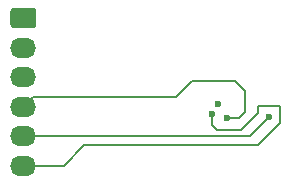
<source format=gbl>
G04 #@! TF.GenerationSoftware,KiCad,Pcbnew,8.0.7-8.0.7-0~ubuntu22.04.1*
G04 #@! TF.CreationDate,2024-12-16T06:05:48+00:00*
G04 #@! TF.ProjectId,Test_2,54657374-5f32-42e6-9b69-6361645f7063,rev?*
G04 #@! TF.SameCoordinates,PX85e5580PY67486e0*
G04 #@! TF.FileFunction,Copper,L4,Bot*
G04 #@! TF.FilePolarity,Positive*
%FSLAX46Y46*%
G04 Gerber Fmt 4.6, Leading zero omitted, Abs format (unit mm)*
G04 Created by KiCad (PCBNEW 8.0.7-8.0.7-0~ubuntu22.04.1) date 2024-12-16 06:05:48*
%MOMM*%
%LPD*%
G01*
G04 APERTURE LIST*
G04 #@! TA.AperFunction,ComponentPad*
%ADD10C,0.599999*%
G04 #@! TD*
G04 #@! TA.AperFunction,ComponentPad*
%ADD11O,2.200000X1.700000*%
G04 #@! TD*
G04 #@! TA.AperFunction,Conductor*
%ADD12C,0.200000*%
G04 #@! TD*
G04 APERTURE END LIST*
D10*
G04 #@! TO.P,M1,V1,V5*
G04 #@! TO.N,+5V*
X20037499Y8300000D03*
G04 #@! TO.P,M1,V2,CAN_VIO*
G04 #@! TO.N,unconnected-(M1-CAN_VIO-PadV2)*
X20562499Y9175002D03*
G04 #@! TO.P,M1,V5,CAN_TX*
G04 #@! TO.N,/Can_TX*
X21312497Y7999998D03*
G04 #@! TO.P,M1,V6,CAN_RX*
G04 #@! TO.N,/Can_RX*
X24862498Y8075001D03*
G04 #@! TD*
G04 #@! TO.P,J1,1,Pin_1*
G04 #@! TO.N,/Can_L*
G04 #@! TA.AperFunction,ComponentPad*
G36*
G01*
X2945007Y15866671D02*
X2945007Y17066671D01*
G75*
G02*
X3195007Y17316671I250000J0D01*
G01*
X4895007Y17316671D01*
G75*
G02*
X5145007Y17066671I0J-250000D01*
G01*
X5145007Y15866671D01*
G75*
G02*
X4895007Y15616671I-250000J0D01*
G01*
X3195007Y15616671D01*
G75*
G02*
X2945007Y15866671I0J250000D01*
G01*
G37*
G04 #@! TD.AperFunction*
D11*
G04 #@! TO.P,J1,2,Pin_2*
G04 #@! TO.N,/Can_H*
X4045007Y13966671D03*
G04 #@! TO.P,J1,3,Pin_3*
G04 #@! TO.N,GND*
X4045007Y11466671D03*
G04 #@! TO.P,J1,4,Pin_4*
G04 #@! TO.N,/Can_TX*
X4045007Y8966671D03*
G04 #@! TO.P,J1,5,Pin_5*
G04 #@! TO.N,/Can_RX*
X4045007Y6466671D03*
G04 #@! TO.P,J1,6,Pin_6*
G04 #@! TO.N,+5V*
X4045007Y3966671D03*
G04 #@! TD*
D12*
G04 #@! TO.N,+5V*
X20000000Y7400000D02*
X20000000Y7600000D01*
X23900000Y8400000D02*
X22500000Y7000000D01*
X20400000Y7000000D02*
X20000000Y7400000D01*
X20037499Y7637499D02*
X20037499Y8300000D01*
X9200000Y5700000D02*
X23900000Y5700000D01*
X25800000Y8900000D02*
X25700000Y9000000D01*
X7466671Y3966671D02*
X9200000Y5700000D01*
X22500000Y7000000D02*
X20400000Y7000000D01*
X20000000Y7600000D02*
X20037499Y7637499D01*
X23900000Y5700000D02*
X25800000Y7600000D01*
X25700000Y9000000D02*
X23900000Y9000000D01*
X25800000Y7600000D02*
X25800000Y8900000D01*
X4045007Y3966671D02*
X7466671Y3966671D01*
X23900000Y9000000D02*
X23900000Y8400000D01*
G04 #@! TO.N,/Can_RX*
X4045007Y6466671D02*
X23254168Y6466671D01*
X23254168Y6466671D02*
X24862498Y8075001D01*
G04 #@! TO.N,/Can_TX*
X22800000Y10300000D02*
X22800000Y8500000D01*
X22299998Y7999998D02*
X21312497Y7999998D01*
X18300000Y11100000D02*
X22000000Y11100000D01*
X4853337Y9775001D02*
X16975001Y9775001D01*
X22800000Y8500000D02*
X22299998Y7999998D01*
X4045007Y8966671D02*
X4853337Y9775001D01*
X16975001Y9775001D02*
X18300000Y11100000D01*
X22000000Y11100000D02*
X22800000Y10300000D01*
G04 #@! TD*
M02*

</source>
